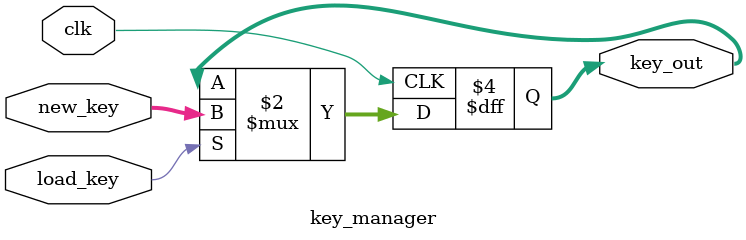
<source format=v>
module key_manager (
    input clk,
    input load_key,
    input [7:0] new_key,
    output reg [7:0] key_out
);

always @(posedge clk) begin
    if (load_key)
        key_out <= new_key;
end

endmodule

</source>
